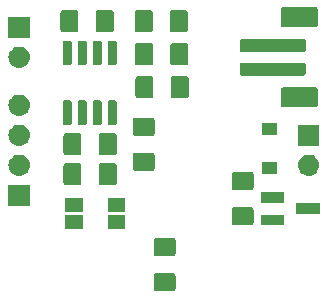
<source format=gbr>
G04 #@! TF.GenerationSoftware,KiCad,Pcbnew,(5.1.2)-2*
G04 #@! TF.CreationDate,2019-09-14T22:41:30+02:00*
G04 #@! TF.ProjectId,PlantWatering,506c616e-7457-4617-9465-72696e672e6b,rev?*
G04 #@! TF.SameCoordinates,Original*
G04 #@! TF.FileFunction,Soldermask,Top*
G04 #@! TF.FilePolarity,Negative*
%FSLAX46Y46*%
G04 Gerber Fmt 4.6, Leading zero omitted, Abs format (unit mm)*
G04 Created by KiCad (PCBNEW (5.1.2)-2) date 2019-09-14 22:41:30*
%MOMM*%
%LPD*%
G04 APERTURE LIST*
%ADD10C,0.100000*%
G04 APERTURE END LIST*
D10*
G36*
X109995562Y-76202681D02*
G01*
X110030481Y-76213274D01*
X110062663Y-76230476D01*
X110090873Y-76253627D01*
X110114024Y-76281837D01*
X110131226Y-76314019D01*
X110141819Y-76348938D01*
X110146000Y-76391395D01*
X110146000Y-77532605D01*
X110141819Y-77575062D01*
X110131226Y-77609981D01*
X110114024Y-77642163D01*
X110090873Y-77670373D01*
X110062663Y-77693524D01*
X110030481Y-77710726D01*
X109995562Y-77721319D01*
X109953105Y-77725500D01*
X108486895Y-77725500D01*
X108444438Y-77721319D01*
X108409519Y-77710726D01*
X108377337Y-77693524D01*
X108349127Y-77670373D01*
X108325976Y-77642163D01*
X108308774Y-77609981D01*
X108298181Y-77575062D01*
X108294000Y-77532605D01*
X108294000Y-76391395D01*
X108298181Y-76348938D01*
X108308774Y-76314019D01*
X108325976Y-76281837D01*
X108349127Y-76253627D01*
X108377337Y-76230476D01*
X108409519Y-76213274D01*
X108444438Y-76202681D01*
X108486895Y-76198500D01*
X109953105Y-76198500D01*
X109995562Y-76202681D01*
X109995562Y-76202681D01*
G37*
G36*
X109995562Y-73227681D02*
G01*
X110030481Y-73238274D01*
X110062663Y-73255476D01*
X110090873Y-73278627D01*
X110114024Y-73306837D01*
X110131226Y-73339019D01*
X110141819Y-73373938D01*
X110146000Y-73416395D01*
X110146000Y-74557605D01*
X110141819Y-74600062D01*
X110131226Y-74634981D01*
X110114024Y-74667163D01*
X110090873Y-74695373D01*
X110062663Y-74718524D01*
X110030481Y-74735726D01*
X109995562Y-74746319D01*
X109953105Y-74750500D01*
X108486895Y-74750500D01*
X108444438Y-74746319D01*
X108409519Y-74735726D01*
X108377337Y-74718524D01*
X108349127Y-74695373D01*
X108325976Y-74667163D01*
X108308774Y-74634981D01*
X108298181Y-74600062D01*
X108294000Y-74557605D01*
X108294000Y-73416395D01*
X108298181Y-73373938D01*
X108308774Y-73339019D01*
X108325976Y-73306837D01*
X108349127Y-73278627D01*
X108377337Y-73255476D01*
X108409519Y-73238274D01*
X108444438Y-73227681D01*
X108486895Y-73223500D01*
X109953105Y-73223500D01*
X109995562Y-73227681D01*
X109995562Y-73227681D01*
G37*
G36*
X102307000Y-72458000D02*
G01*
X100805000Y-72458000D01*
X100805000Y-71306000D01*
X102307000Y-71306000D01*
X102307000Y-72458000D01*
X102307000Y-72458000D01*
G37*
G36*
X105907000Y-72458000D02*
G01*
X104405000Y-72458000D01*
X104405000Y-71306000D01*
X105907000Y-71306000D01*
X105907000Y-72458000D01*
X105907000Y-72458000D01*
G37*
G36*
X119365000Y-72140000D02*
G01*
X117363000Y-72140000D01*
X117363000Y-71238000D01*
X119365000Y-71238000D01*
X119365000Y-72140000D01*
X119365000Y-72140000D01*
G37*
G36*
X116599562Y-70614681D02*
G01*
X116634481Y-70625274D01*
X116666663Y-70642476D01*
X116694873Y-70665627D01*
X116718024Y-70693837D01*
X116735226Y-70726019D01*
X116745819Y-70760938D01*
X116750000Y-70803395D01*
X116750000Y-71944605D01*
X116745819Y-71987062D01*
X116735226Y-72021981D01*
X116718024Y-72054163D01*
X116694873Y-72082373D01*
X116666663Y-72105524D01*
X116634481Y-72122726D01*
X116599562Y-72133319D01*
X116557105Y-72137500D01*
X115090895Y-72137500D01*
X115048438Y-72133319D01*
X115013519Y-72122726D01*
X114981337Y-72105524D01*
X114953127Y-72082373D01*
X114929976Y-72054163D01*
X114912774Y-72021981D01*
X114902181Y-71987062D01*
X114898000Y-71944605D01*
X114898000Y-70803395D01*
X114902181Y-70760938D01*
X114912774Y-70726019D01*
X114929976Y-70693837D01*
X114953127Y-70665627D01*
X114981337Y-70642476D01*
X115013519Y-70625274D01*
X115048438Y-70614681D01*
X115090895Y-70610500D01*
X116557105Y-70610500D01*
X116599562Y-70614681D01*
X116599562Y-70614681D01*
G37*
G36*
X122365000Y-71190000D02*
G01*
X120363000Y-71190000D01*
X120363000Y-70288000D01*
X122365000Y-70288000D01*
X122365000Y-71190000D01*
X122365000Y-71190000D01*
G37*
G36*
X105907000Y-71018000D02*
G01*
X104405000Y-71018000D01*
X104405000Y-69866000D01*
X105907000Y-69866000D01*
X105907000Y-71018000D01*
X105907000Y-71018000D01*
G37*
G36*
X102307000Y-71018000D02*
G01*
X100805000Y-71018000D01*
X100805000Y-69866000D01*
X102307000Y-69866000D01*
X102307000Y-71018000D01*
X102307000Y-71018000D01*
G37*
G36*
X97802000Y-70497000D02*
G01*
X96000000Y-70497000D01*
X96000000Y-68695000D01*
X97802000Y-68695000D01*
X97802000Y-70497000D01*
X97802000Y-70497000D01*
G37*
G36*
X119365000Y-70240000D02*
G01*
X117363000Y-70240000D01*
X117363000Y-69338000D01*
X119365000Y-69338000D01*
X119365000Y-70240000D01*
X119365000Y-70240000D01*
G37*
G36*
X116599562Y-67639681D02*
G01*
X116634481Y-67650274D01*
X116666663Y-67667476D01*
X116694873Y-67690627D01*
X116718024Y-67718837D01*
X116735226Y-67751019D01*
X116745819Y-67785938D01*
X116750000Y-67828395D01*
X116750000Y-68969605D01*
X116745819Y-69012062D01*
X116735226Y-69046981D01*
X116718024Y-69079163D01*
X116694873Y-69107373D01*
X116666663Y-69130524D01*
X116634481Y-69147726D01*
X116599562Y-69158319D01*
X116557105Y-69162500D01*
X115090895Y-69162500D01*
X115048438Y-69158319D01*
X115013519Y-69147726D01*
X114981337Y-69130524D01*
X114953127Y-69107373D01*
X114929976Y-69079163D01*
X114912774Y-69046981D01*
X114902181Y-69012062D01*
X114898000Y-68969605D01*
X114898000Y-67828395D01*
X114902181Y-67785938D01*
X114912774Y-67751019D01*
X114929976Y-67718837D01*
X114953127Y-67690627D01*
X114981337Y-67667476D01*
X115013519Y-67650274D01*
X115048438Y-67639681D01*
X115090895Y-67635500D01*
X116557105Y-67635500D01*
X116599562Y-67639681D01*
X116599562Y-67639681D01*
G37*
G36*
X105007062Y-66896181D02*
G01*
X105041981Y-66906774D01*
X105074163Y-66923976D01*
X105102373Y-66947127D01*
X105125524Y-66975337D01*
X105142726Y-67007519D01*
X105153319Y-67042438D01*
X105157500Y-67084895D01*
X105157500Y-68551105D01*
X105153319Y-68593562D01*
X105142726Y-68628481D01*
X105125524Y-68660663D01*
X105102373Y-68688873D01*
X105074163Y-68712024D01*
X105041981Y-68729226D01*
X105007062Y-68739819D01*
X104964605Y-68744000D01*
X103823395Y-68744000D01*
X103780938Y-68739819D01*
X103746019Y-68729226D01*
X103713837Y-68712024D01*
X103685627Y-68688873D01*
X103662476Y-68660663D01*
X103645274Y-68628481D01*
X103634681Y-68593562D01*
X103630500Y-68551105D01*
X103630500Y-67084895D01*
X103634681Y-67042438D01*
X103645274Y-67007519D01*
X103662476Y-66975337D01*
X103685627Y-66947127D01*
X103713837Y-66923976D01*
X103746019Y-66906774D01*
X103780938Y-66896181D01*
X103823395Y-66892000D01*
X104964605Y-66892000D01*
X105007062Y-66896181D01*
X105007062Y-66896181D01*
G37*
G36*
X102032062Y-66896181D02*
G01*
X102066981Y-66906774D01*
X102099163Y-66923976D01*
X102127373Y-66947127D01*
X102150524Y-66975337D01*
X102167726Y-67007519D01*
X102178319Y-67042438D01*
X102182500Y-67084895D01*
X102182500Y-68551105D01*
X102178319Y-68593562D01*
X102167726Y-68628481D01*
X102150524Y-68660663D01*
X102127373Y-68688873D01*
X102099163Y-68712024D01*
X102066981Y-68729226D01*
X102032062Y-68739819D01*
X101989605Y-68744000D01*
X100848395Y-68744000D01*
X100805938Y-68739819D01*
X100771019Y-68729226D01*
X100738837Y-68712024D01*
X100710627Y-68688873D01*
X100687476Y-68660663D01*
X100670274Y-68628481D01*
X100659681Y-68593562D01*
X100655500Y-68551105D01*
X100655500Y-67084895D01*
X100659681Y-67042438D01*
X100670274Y-67007519D01*
X100687476Y-66975337D01*
X100710627Y-66947127D01*
X100738837Y-66923976D01*
X100771019Y-66906774D01*
X100805938Y-66896181D01*
X100848395Y-66892000D01*
X101989605Y-66892000D01*
X102032062Y-66896181D01*
X102032062Y-66896181D01*
G37*
G36*
X96984369Y-66158852D02*
G01*
X97077627Y-66168037D01*
X97247466Y-66219557D01*
X97403991Y-66303222D01*
X97439729Y-66332552D01*
X97541186Y-66415814D01*
X97624448Y-66517271D01*
X97653778Y-66553009D01*
X97737443Y-66709534D01*
X97788963Y-66879373D01*
X97806359Y-67056000D01*
X97788963Y-67232627D01*
X97737443Y-67402466D01*
X97653778Y-67558991D01*
X97624448Y-67594729D01*
X97541186Y-67696186D01*
X97439729Y-67779448D01*
X97403991Y-67808778D01*
X97247466Y-67892443D01*
X97077627Y-67943963D01*
X97011442Y-67950482D01*
X96945260Y-67957000D01*
X96856740Y-67957000D01*
X96790558Y-67950482D01*
X96724373Y-67943963D01*
X96554534Y-67892443D01*
X96398009Y-67808778D01*
X96362271Y-67779448D01*
X96260814Y-67696186D01*
X96177552Y-67594729D01*
X96148222Y-67558991D01*
X96064557Y-67402466D01*
X96013037Y-67232627D01*
X95995641Y-67056000D01*
X96013037Y-66879373D01*
X96064557Y-66709534D01*
X96148222Y-66553009D01*
X96177552Y-66517271D01*
X96260814Y-66415814D01*
X96362271Y-66332552D01*
X96398009Y-66303222D01*
X96554534Y-66219557D01*
X96724373Y-66168037D01*
X96817631Y-66158852D01*
X96856740Y-66155000D01*
X96945260Y-66155000D01*
X96984369Y-66158852D01*
X96984369Y-66158852D01*
G37*
G36*
X121495369Y-66158852D02*
G01*
X121588627Y-66168037D01*
X121758466Y-66219557D01*
X121914991Y-66303222D01*
X121950729Y-66332552D01*
X122052186Y-66415814D01*
X122135448Y-66517271D01*
X122164778Y-66553009D01*
X122248443Y-66709534D01*
X122299963Y-66879373D01*
X122317359Y-67056000D01*
X122299963Y-67232627D01*
X122248443Y-67402466D01*
X122164778Y-67558991D01*
X122135448Y-67594729D01*
X122052186Y-67696186D01*
X121950729Y-67779448D01*
X121914991Y-67808778D01*
X121758466Y-67892443D01*
X121588627Y-67943963D01*
X121522442Y-67950482D01*
X121456260Y-67957000D01*
X121367740Y-67957000D01*
X121301558Y-67950482D01*
X121235373Y-67943963D01*
X121065534Y-67892443D01*
X120909009Y-67808778D01*
X120873271Y-67779448D01*
X120771814Y-67696186D01*
X120688552Y-67594729D01*
X120659222Y-67558991D01*
X120575557Y-67402466D01*
X120524037Y-67232627D01*
X120506641Y-67056000D01*
X120524037Y-66879373D01*
X120575557Y-66709534D01*
X120659222Y-66553009D01*
X120688552Y-66517271D01*
X120771814Y-66415814D01*
X120873271Y-66332552D01*
X120909009Y-66303222D01*
X121065534Y-66219557D01*
X121235373Y-66168037D01*
X121328631Y-66158852D01*
X121367740Y-66155000D01*
X121456260Y-66155000D01*
X121495369Y-66158852D01*
X121495369Y-66158852D01*
G37*
G36*
X118761000Y-67811000D02*
G01*
X117459000Y-67811000D01*
X117459000Y-66809000D01*
X118761000Y-66809000D01*
X118761000Y-67811000D01*
X118761000Y-67811000D01*
G37*
G36*
X108217562Y-66006181D02*
G01*
X108252481Y-66016774D01*
X108284663Y-66033976D01*
X108312873Y-66057127D01*
X108336024Y-66085337D01*
X108353226Y-66117519D01*
X108363819Y-66152438D01*
X108368000Y-66194895D01*
X108368000Y-67336105D01*
X108363819Y-67378562D01*
X108353226Y-67413481D01*
X108336024Y-67445663D01*
X108312873Y-67473873D01*
X108284663Y-67497024D01*
X108252481Y-67514226D01*
X108217562Y-67524819D01*
X108175105Y-67529000D01*
X106708895Y-67529000D01*
X106666438Y-67524819D01*
X106631519Y-67514226D01*
X106599337Y-67497024D01*
X106571127Y-67473873D01*
X106547976Y-67445663D01*
X106530774Y-67413481D01*
X106520181Y-67378562D01*
X106516000Y-67336105D01*
X106516000Y-66194895D01*
X106520181Y-66152438D01*
X106530774Y-66117519D01*
X106547976Y-66085337D01*
X106571127Y-66057127D01*
X106599337Y-66033976D01*
X106631519Y-66016774D01*
X106666438Y-66006181D01*
X106708895Y-66002000D01*
X108175105Y-66002000D01*
X108217562Y-66006181D01*
X108217562Y-66006181D01*
G37*
G36*
X102032062Y-64356181D02*
G01*
X102066981Y-64366774D01*
X102099163Y-64383976D01*
X102127373Y-64407127D01*
X102150524Y-64435337D01*
X102167726Y-64467519D01*
X102178319Y-64502438D01*
X102182500Y-64544895D01*
X102182500Y-66011105D01*
X102178319Y-66053562D01*
X102167726Y-66088481D01*
X102150524Y-66120663D01*
X102127373Y-66148873D01*
X102099163Y-66172024D01*
X102066981Y-66189226D01*
X102032062Y-66199819D01*
X101989605Y-66204000D01*
X100848395Y-66204000D01*
X100805938Y-66199819D01*
X100771019Y-66189226D01*
X100738837Y-66172024D01*
X100710627Y-66148873D01*
X100687476Y-66120663D01*
X100670274Y-66088481D01*
X100659681Y-66053562D01*
X100655500Y-66011105D01*
X100655500Y-64544895D01*
X100659681Y-64502438D01*
X100670274Y-64467519D01*
X100687476Y-64435337D01*
X100710627Y-64407127D01*
X100738837Y-64383976D01*
X100771019Y-64366774D01*
X100805938Y-64356181D01*
X100848395Y-64352000D01*
X101989605Y-64352000D01*
X102032062Y-64356181D01*
X102032062Y-64356181D01*
G37*
G36*
X105007062Y-64356181D02*
G01*
X105041981Y-64366774D01*
X105074163Y-64383976D01*
X105102373Y-64407127D01*
X105125524Y-64435337D01*
X105142726Y-64467519D01*
X105153319Y-64502438D01*
X105157500Y-64544895D01*
X105157500Y-66011105D01*
X105153319Y-66053562D01*
X105142726Y-66088481D01*
X105125524Y-66120663D01*
X105102373Y-66148873D01*
X105074163Y-66172024D01*
X105041981Y-66189226D01*
X105007062Y-66199819D01*
X104964605Y-66204000D01*
X103823395Y-66204000D01*
X103780938Y-66199819D01*
X103746019Y-66189226D01*
X103713837Y-66172024D01*
X103685627Y-66148873D01*
X103662476Y-66120663D01*
X103645274Y-66088481D01*
X103634681Y-66053562D01*
X103630500Y-66011105D01*
X103630500Y-64544895D01*
X103634681Y-64502438D01*
X103645274Y-64467519D01*
X103662476Y-64435337D01*
X103685627Y-64407127D01*
X103713837Y-64383976D01*
X103746019Y-64366774D01*
X103780938Y-64356181D01*
X103823395Y-64352000D01*
X104964605Y-64352000D01*
X105007062Y-64356181D01*
X105007062Y-64356181D01*
G37*
G36*
X122313000Y-65417000D02*
G01*
X120511000Y-65417000D01*
X120511000Y-63615000D01*
X122313000Y-63615000D01*
X122313000Y-65417000D01*
X122313000Y-65417000D01*
G37*
G36*
X97011443Y-63621519D02*
G01*
X97077627Y-63628037D01*
X97247466Y-63679557D01*
X97403991Y-63763222D01*
X97439729Y-63792552D01*
X97541186Y-63875814D01*
X97624448Y-63977271D01*
X97653778Y-64013009D01*
X97737443Y-64169534D01*
X97788963Y-64339373D01*
X97806359Y-64516000D01*
X97788963Y-64692627D01*
X97737443Y-64862466D01*
X97653778Y-65018991D01*
X97624448Y-65054729D01*
X97541186Y-65156186D01*
X97439729Y-65239448D01*
X97403991Y-65268778D01*
X97247466Y-65352443D01*
X97077627Y-65403963D01*
X97011443Y-65410481D01*
X96945260Y-65417000D01*
X96856740Y-65417000D01*
X96790557Y-65410481D01*
X96724373Y-65403963D01*
X96554534Y-65352443D01*
X96398009Y-65268778D01*
X96362271Y-65239448D01*
X96260814Y-65156186D01*
X96177552Y-65054729D01*
X96148222Y-65018991D01*
X96064557Y-64862466D01*
X96013037Y-64692627D01*
X95995641Y-64516000D01*
X96013037Y-64339373D01*
X96064557Y-64169534D01*
X96148222Y-64013009D01*
X96177552Y-63977271D01*
X96260814Y-63875814D01*
X96362271Y-63792552D01*
X96398009Y-63763222D01*
X96554534Y-63679557D01*
X96724373Y-63628037D01*
X96790557Y-63621519D01*
X96856740Y-63615000D01*
X96945260Y-63615000D01*
X97011443Y-63621519D01*
X97011443Y-63621519D01*
G37*
G36*
X108217562Y-63031181D02*
G01*
X108252481Y-63041774D01*
X108284663Y-63058976D01*
X108312873Y-63082127D01*
X108336024Y-63110337D01*
X108353226Y-63142519D01*
X108363819Y-63177438D01*
X108368000Y-63219895D01*
X108368000Y-64361105D01*
X108363819Y-64403562D01*
X108353226Y-64438481D01*
X108336024Y-64470663D01*
X108312873Y-64498873D01*
X108284663Y-64522024D01*
X108252481Y-64539226D01*
X108217562Y-64549819D01*
X108175105Y-64554000D01*
X106708895Y-64554000D01*
X106666438Y-64549819D01*
X106631519Y-64539226D01*
X106599337Y-64522024D01*
X106571127Y-64498873D01*
X106547976Y-64470663D01*
X106530774Y-64438481D01*
X106520181Y-64403562D01*
X106516000Y-64361105D01*
X106516000Y-63219895D01*
X106520181Y-63177438D01*
X106530774Y-63142519D01*
X106547976Y-63110337D01*
X106571127Y-63082127D01*
X106599337Y-63058976D01*
X106631519Y-63041774D01*
X106666438Y-63031181D01*
X106708895Y-63027000D01*
X108175105Y-63027000D01*
X108217562Y-63031181D01*
X108217562Y-63031181D01*
G37*
G36*
X118761000Y-64511000D02*
G01*
X117459000Y-64511000D01*
X117459000Y-63509000D01*
X118761000Y-63509000D01*
X118761000Y-64511000D01*
X118761000Y-64511000D01*
G37*
G36*
X102509867Y-61573004D02*
G01*
X102533292Y-61580110D01*
X102554889Y-61591654D01*
X102573814Y-61607186D01*
X102589346Y-61626111D01*
X102600890Y-61647708D01*
X102607996Y-61671133D01*
X102611000Y-61701638D01*
X102611000Y-63515362D01*
X102607996Y-63545867D01*
X102600890Y-63569292D01*
X102589346Y-63590889D01*
X102573814Y-63609814D01*
X102554889Y-63625346D01*
X102533292Y-63636890D01*
X102509867Y-63643996D01*
X102479362Y-63647000D01*
X101990638Y-63647000D01*
X101960133Y-63643996D01*
X101936708Y-63636890D01*
X101915111Y-63625346D01*
X101896186Y-63609814D01*
X101880654Y-63590889D01*
X101869110Y-63569292D01*
X101862004Y-63545867D01*
X101859000Y-63515362D01*
X101859000Y-61701638D01*
X101862004Y-61671133D01*
X101869110Y-61647708D01*
X101880654Y-61626111D01*
X101896186Y-61607186D01*
X101915111Y-61591654D01*
X101936708Y-61580110D01*
X101960133Y-61573004D01*
X101990638Y-61570000D01*
X102479362Y-61570000D01*
X102509867Y-61573004D01*
X102509867Y-61573004D01*
G37*
G36*
X101239867Y-61573004D02*
G01*
X101263292Y-61580110D01*
X101284889Y-61591654D01*
X101303814Y-61607186D01*
X101319346Y-61626111D01*
X101330890Y-61647708D01*
X101337996Y-61671133D01*
X101341000Y-61701638D01*
X101341000Y-63515362D01*
X101337996Y-63545867D01*
X101330890Y-63569292D01*
X101319346Y-63590889D01*
X101303814Y-63609814D01*
X101284889Y-63625346D01*
X101263292Y-63636890D01*
X101239867Y-63643996D01*
X101209362Y-63647000D01*
X100720638Y-63647000D01*
X100690133Y-63643996D01*
X100666708Y-63636890D01*
X100645111Y-63625346D01*
X100626186Y-63609814D01*
X100610654Y-63590889D01*
X100599110Y-63569292D01*
X100592004Y-63545867D01*
X100589000Y-63515362D01*
X100589000Y-61701638D01*
X100592004Y-61671133D01*
X100599110Y-61647708D01*
X100610654Y-61626111D01*
X100626186Y-61607186D01*
X100645111Y-61591654D01*
X100666708Y-61580110D01*
X100690133Y-61573004D01*
X100720638Y-61570000D01*
X101209362Y-61570000D01*
X101239867Y-61573004D01*
X101239867Y-61573004D01*
G37*
G36*
X103779867Y-61573004D02*
G01*
X103803292Y-61580110D01*
X103824889Y-61591654D01*
X103843814Y-61607186D01*
X103859346Y-61626111D01*
X103870890Y-61647708D01*
X103877996Y-61671133D01*
X103881000Y-61701638D01*
X103881000Y-63515362D01*
X103877996Y-63545867D01*
X103870890Y-63569292D01*
X103859346Y-63590889D01*
X103843814Y-63609814D01*
X103824889Y-63625346D01*
X103803292Y-63636890D01*
X103779867Y-63643996D01*
X103749362Y-63647000D01*
X103260638Y-63647000D01*
X103230133Y-63643996D01*
X103206708Y-63636890D01*
X103185111Y-63625346D01*
X103166186Y-63609814D01*
X103150654Y-63590889D01*
X103139110Y-63569292D01*
X103132004Y-63545867D01*
X103129000Y-63515362D01*
X103129000Y-61701638D01*
X103132004Y-61671133D01*
X103139110Y-61647708D01*
X103150654Y-61626111D01*
X103166186Y-61607186D01*
X103185111Y-61591654D01*
X103206708Y-61580110D01*
X103230133Y-61573004D01*
X103260638Y-61570000D01*
X103749362Y-61570000D01*
X103779867Y-61573004D01*
X103779867Y-61573004D01*
G37*
G36*
X105049867Y-61573004D02*
G01*
X105073292Y-61580110D01*
X105094889Y-61591654D01*
X105113814Y-61607186D01*
X105129346Y-61626111D01*
X105140890Y-61647708D01*
X105147996Y-61671133D01*
X105151000Y-61701638D01*
X105151000Y-63515362D01*
X105147996Y-63545867D01*
X105140890Y-63569292D01*
X105129346Y-63590889D01*
X105113814Y-63609814D01*
X105094889Y-63625346D01*
X105073292Y-63636890D01*
X105049867Y-63643996D01*
X105019362Y-63647000D01*
X104530638Y-63647000D01*
X104500133Y-63643996D01*
X104476708Y-63636890D01*
X104455111Y-63625346D01*
X104436186Y-63609814D01*
X104420654Y-63590889D01*
X104409110Y-63569292D01*
X104402004Y-63545867D01*
X104399000Y-63515362D01*
X104399000Y-61701638D01*
X104402004Y-61671133D01*
X104409110Y-61647708D01*
X104420654Y-61626111D01*
X104436186Y-61607186D01*
X104455111Y-61591654D01*
X104476708Y-61580110D01*
X104500133Y-61573004D01*
X104530638Y-61570000D01*
X105019362Y-61570000D01*
X105049867Y-61573004D01*
X105049867Y-61573004D01*
G37*
G36*
X97011442Y-61081518D02*
G01*
X97077627Y-61088037D01*
X97247466Y-61139557D01*
X97403991Y-61223222D01*
X97409279Y-61227562D01*
X97541186Y-61335814D01*
X97624448Y-61437271D01*
X97653778Y-61473009D01*
X97737443Y-61629534D01*
X97788963Y-61799373D01*
X97806359Y-61976000D01*
X97788963Y-62152627D01*
X97737443Y-62322466D01*
X97653778Y-62478991D01*
X97624448Y-62514729D01*
X97541186Y-62616186D01*
X97439729Y-62699448D01*
X97403991Y-62728778D01*
X97247466Y-62812443D01*
X97077627Y-62863963D01*
X97011443Y-62870481D01*
X96945260Y-62877000D01*
X96856740Y-62877000D01*
X96790557Y-62870481D01*
X96724373Y-62863963D01*
X96554534Y-62812443D01*
X96398009Y-62728778D01*
X96362271Y-62699448D01*
X96260814Y-62616186D01*
X96177552Y-62514729D01*
X96148222Y-62478991D01*
X96064557Y-62322466D01*
X96013037Y-62152627D01*
X95995641Y-61976000D01*
X96013037Y-61799373D01*
X96064557Y-61629534D01*
X96148222Y-61473009D01*
X96177552Y-61437271D01*
X96260814Y-61335814D01*
X96392721Y-61227562D01*
X96398009Y-61223222D01*
X96554534Y-61139557D01*
X96724373Y-61088037D01*
X96790558Y-61081518D01*
X96856740Y-61075000D01*
X96945260Y-61075000D01*
X97011442Y-61081518D01*
X97011442Y-61081518D01*
G37*
G36*
X122027997Y-60465051D02*
G01*
X122061652Y-60475261D01*
X122092665Y-60491838D01*
X122119851Y-60514149D01*
X122142162Y-60541335D01*
X122158739Y-60572348D01*
X122168949Y-60606003D01*
X122173000Y-60647138D01*
X122173000Y-61976862D01*
X122168949Y-62017997D01*
X122158739Y-62051652D01*
X122142162Y-62082665D01*
X122119851Y-62109851D01*
X122092665Y-62132162D01*
X122061652Y-62148739D01*
X122027997Y-62158949D01*
X121986862Y-62163000D01*
X119257138Y-62163000D01*
X119216003Y-62158949D01*
X119182348Y-62148739D01*
X119151335Y-62132162D01*
X119124149Y-62109851D01*
X119101838Y-62082665D01*
X119085261Y-62051652D01*
X119075051Y-62017997D01*
X119071000Y-61976862D01*
X119071000Y-60647138D01*
X119075051Y-60606003D01*
X119085261Y-60572348D01*
X119101838Y-60541335D01*
X119124149Y-60514149D01*
X119151335Y-60491838D01*
X119182348Y-60475261D01*
X119216003Y-60465051D01*
X119257138Y-60461000D01*
X121986862Y-60461000D01*
X122027997Y-60465051D01*
X122027997Y-60465051D01*
G37*
G36*
X111103062Y-59530181D02*
G01*
X111137981Y-59540774D01*
X111170163Y-59557976D01*
X111198373Y-59581127D01*
X111221524Y-59609337D01*
X111238726Y-59641519D01*
X111249319Y-59676438D01*
X111253500Y-59718895D01*
X111253500Y-61185105D01*
X111249319Y-61227562D01*
X111238726Y-61262481D01*
X111221524Y-61294663D01*
X111198373Y-61322873D01*
X111170163Y-61346024D01*
X111137981Y-61363226D01*
X111103062Y-61373819D01*
X111060605Y-61378000D01*
X109919395Y-61378000D01*
X109876938Y-61373819D01*
X109842019Y-61363226D01*
X109809837Y-61346024D01*
X109781627Y-61322873D01*
X109758476Y-61294663D01*
X109741274Y-61262481D01*
X109730681Y-61227562D01*
X109726500Y-61185105D01*
X109726500Y-59718895D01*
X109730681Y-59676438D01*
X109741274Y-59641519D01*
X109758476Y-59609337D01*
X109781627Y-59581127D01*
X109809837Y-59557976D01*
X109842019Y-59540774D01*
X109876938Y-59530181D01*
X109919395Y-59526000D01*
X111060605Y-59526000D01*
X111103062Y-59530181D01*
X111103062Y-59530181D01*
G37*
G36*
X108128062Y-59530181D02*
G01*
X108162981Y-59540774D01*
X108195163Y-59557976D01*
X108223373Y-59581127D01*
X108246524Y-59609337D01*
X108263726Y-59641519D01*
X108274319Y-59676438D01*
X108278500Y-59718895D01*
X108278500Y-61185105D01*
X108274319Y-61227562D01*
X108263726Y-61262481D01*
X108246524Y-61294663D01*
X108223373Y-61322873D01*
X108195163Y-61346024D01*
X108162981Y-61363226D01*
X108128062Y-61373819D01*
X108085605Y-61378000D01*
X106944395Y-61378000D01*
X106901938Y-61373819D01*
X106867019Y-61363226D01*
X106834837Y-61346024D01*
X106806627Y-61322873D01*
X106783476Y-61294663D01*
X106766274Y-61262481D01*
X106755681Y-61227562D01*
X106751500Y-61185105D01*
X106751500Y-59718895D01*
X106755681Y-59676438D01*
X106766274Y-59641519D01*
X106783476Y-59609337D01*
X106806627Y-59581127D01*
X106834837Y-59557976D01*
X106867019Y-59540774D01*
X106901938Y-59530181D01*
X106944395Y-59526000D01*
X108085605Y-59526000D01*
X108128062Y-59530181D01*
X108128062Y-59530181D01*
G37*
G36*
X121001434Y-58365686D02*
G01*
X121041284Y-58377774D01*
X121077999Y-58397399D01*
X121110186Y-58423814D01*
X121136601Y-58456001D01*
X121156226Y-58492716D01*
X121168314Y-58532566D01*
X121173000Y-58580141D01*
X121173000Y-59243859D01*
X121168314Y-59291434D01*
X121156226Y-59331284D01*
X121136601Y-59367999D01*
X121110186Y-59400186D01*
X121077999Y-59426601D01*
X121041284Y-59446226D01*
X121001434Y-59458314D01*
X120953859Y-59463000D01*
X115790141Y-59463000D01*
X115742566Y-59458314D01*
X115702716Y-59446226D01*
X115666001Y-59426601D01*
X115633814Y-59400186D01*
X115607399Y-59367999D01*
X115587774Y-59331284D01*
X115575686Y-59291434D01*
X115571000Y-59243859D01*
X115571000Y-58580141D01*
X115575686Y-58532566D01*
X115587774Y-58492716D01*
X115607399Y-58456001D01*
X115633814Y-58423814D01*
X115666001Y-58397399D01*
X115702716Y-58377774D01*
X115742566Y-58365686D01*
X115790141Y-58361000D01*
X120953859Y-58361000D01*
X121001434Y-58365686D01*
X121001434Y-58365686D01*
G37*
G36*
X97011442Y-57017518D02*
G01*
X97077627Y-57024037D01*
X97247466Y-57075557D01*
X97403991Y-57159222D01*
X97438448Y-57187500D01*
X97541186Y-57271814D01*
X97620122Y-57367999D01*
X97653778Y-57409009D01*
X97737443Y-57565534D01*
X97788963Y-57735373D01*
X97806359Y-57912000D01*
X97788963Y-58088627D01*
X97737443Y-58258466D01*
X97653778Y-58414991D01*
X97646537Y-58423814D01*
X97541186Y-58552186D01*
X97439729Y-58635448D01*
X97403991Y-58664778D01*
X97247466Y-58748443D01*
X97077627Y-58799963D01*
X97011442Y-58806482D01*
X96945260Y-58813000D01*
X96856740Y-58813000D01*
X96790558Y-58806482D01*
X96724373Y-58799963D01*
X96554534Y-58748443D01*
X96398009Y-58664778D01*
X96362271Y-58635448D01*
X96260814Y-58552186D01*
X96155463Y-58423814D01*
X96148222Y-58414991D01*
X96064557Y-58258466D01*
X96013037Y-58088627D01*
X95995641Y-57912000D01*
X96013037Y-57735373D01*
X96064557Y-57565534D01*
X96148222Y-57409009D01*
X96181878Y-57367999D01*
X96260814Y-57271814D01*
X96363552Y-57187500D01*
X96398009Y-57159222D01*
X96554534Y-57075557D01*
X96724373Y-57024037D01*
X96790558Y-57017518D01*
X96856740Y-57011000D01*
X96945260Y-57011000D01*
X97011442Y-57017518D01*
X97011442Y-57017518D01*
G37*
G36*
X108091562Y-56736181D02*
G01*
X108126481Y-56746774D01*
X108158663Y-56763976D01*
X108186873Y-56787127D01*
X108210024Y-56815337D01*
X108227226Y-56847519D01*
X108237819Y-56882438D01*
X108242000Y-56924895D01*
X108242000Y-58391105D01*
X108237819Y-58433562D01*
X108227226Y-58468481D01*
X108210024Y-58500663D01*
X108186873Y-58528873D01*
X108158663Y-58552024D01*
X108126481Y-58569226D01*
X108091562Y-58579819D01*
X108049105Y-58584000D01*
X106907895Y-58584000D01*
X106865438Y-58579819D01*
X106830519Y-58569226D01*
X106798337Y-58552024D01*
X106770127Y-58528873D01*
X106746976Y-58500663D01*
X106729774Y-58468481D01*
X106719181Y-58433562D01*
X106715000Y-58391105D01*
X106715000Y-56924895D01*
X106719181Y-56882438D01*
X106729774Y-56847519D01*
X106746976Y-56815337D01*
X106770127Y-56787127D01*
X106798337Y-56763976D01*
X106830519Y-56746774D01*
X106865438Y-56736181D01*
X106907895Y-56732000D01*
X108049105Y-56732000D01*
X108091562Y-56736181D01*
X108091562Y-56736181D01*
G37*
G36*
X111066562Y-56736181D02*
G01*
X111101481Y-56746774D01*
X111133663Y-56763976D01*
X111161873Y-56787127D01*
X111185024Y-56815337D01*
X111202226Y-56847519D01*
X111212819Y-56882438D01*
X111217000Y-56924895D01*
X111217000Y-58391105D01*
X111212819Y-58433562D01*
X111202226Y-58468481D01*
X111185024Y-58500663D01*
X111161873Y-58528873D01*
X111133663Y-58552024D01*
X111101481Y-58569226D01*
X111066562Y-58579819D01*
X111024105Y-58584000D01*
X109882895Y-58584000D01*
X109840438Y-58579819D01*
X109805519Y-58569226D01*
X109773337Y-58552024D01*
X109745127Y-58528873D01*
X109721976Y-58500663D01*
X109704774Y-58468481D01*
X109694181Y-58433562D01*
X109690000Y-58391105D01*
X109690000Y-56924895D01*
X109694181Y-56882438D01*
X109704774Y-56847519D01*
X109721976Y-56815337D01*
X109745127Y-56787127D01*
X109773337Y-56763976D01*
X109805519Y-56746774D01*
X109840438Y-56736181D01*
X109882895Y-56732000D01*
X111024105Y-56732000D01*
X111066562Y-56736181D01*
X111066562Y-56736181D01*
G37*
G36*
X105049867Y-56498004D02*
G01*
X105073292Y-56505110D01*
X105094889Y-56516654D01*
X105113814Y-56532186D01*
X105129346Y-56551111D01*
X105140890Y-56572708D01*
X105147996Y-56596133D01*
X105151000Y-56626638D01*
X105151000Y-58440362D01*
X105147996Y-58470867D01*
X105140890Y-58494292D01*
X105129346Y-58515889D01*
X105113814Y-58534814D01*
X105094889Y-58550346D01*
X105073292Y-58561890D01*
X105049867Y-58568996D01*
X105019362Y-58572000D01*
X104530638Y-58572000D01*
X104500133Y-58568996D01*
X104476708Y-58561890D01*
X104455111Y-58550346D01*
X104436186Y-58534814D01*
X104420654Y-58515889D01*
X104409110Y-58494292D01*
X104402004Y-58470867D01*
X104399000Y-58440362D01*
X104399000Y-56626638D01*
X104402004Y-56596133D01*
X104409110Y-56572708D01*
X104420654Y-56551111D01*
X104436186Y-56532186D01*
X104455111Y-56516654D01*
X104476708Y-56505110D01*
X104500133Y-56498004D01*
X104530638Y-56495000D01*
X105019362Y-56495000D01*
X105049867Y-56498004D01*
X105049867Y-56498004D01*
G37*
G36*
X101239867Y-56498004D02*
G01*
X101263292Y-56505110D01*
X101284889Y-56516654D01*
X101303814Y-56532186D01*
X101319346Y-56551111D01*
X101330890Y-56572708D01*
X101337996Y-56596133D01*
X101341000Y-56626638D01*
X101341000Y-58440362D01*
X101337996Y-58470867D01*
X101330890Y-58494292D01*
X101319346Y-58515889D01*
X101303814Y-58534814D01*
X101284889Y-58550346D01*
X101263292Y-58561890D01*
X101239867Y-58568996D01*
X101209362Y-58572000D01*
X100720638Y-58572000D01*
X100690133Y-58568996D01*
X100666708Y-58561890D01*
X100645111Y-58550346D01*
X100626186Y-58534814D01*
X100610654Y-58515889D01*
X100599110Y-58494292D01*
X100592004Y-58470867D01*
X100589000Y-58440362D01*
X100589000Y-56626638D01*
X100592004Y-56596133D01*
X100599110Y-56572708D01*
X100610654Y-56551111D01*
X100626186Y-56532186D01*
X100645111Y-56516654D01*
X100666708Y-56505110D01*
X100690133Y-56498004D01*
X100720638Y-56495000D01*
X101209362Y-56495000D01*
X101239867Y-56498004D01*
X101239867Y-56498004D01*
G37*
G36*
X102509867Y-56498004D02*
G01*
X102533292Y-56505110D01*
X102554889Y-56516654D01*
X102573814Y-56532186D01*
X102589346Y-56551111D01*
X102600890Y-56572708D01*
X102607996Y-56596133D01*
X102611000Y-56626638D01*
X102611000Y-58440362D01*
X102607996Y-58470867D01*
X102600890Y-58494292D01*
X102589346Y-58515889D01*
X102573814Y-58534814D01*
X102554889Y-58550346D01*
X102533292Y-58561890D01*
X102509867Y-58568996D01*
X102479362Y-58572000D01*
X101990638Y-58572000D01*
X101960133Y-58568996D01*
X101936708Y-58561890D01*
X101915111Y-58550346D01*
X101896186Y-58534814D01*
X101880654Y-58515889D01*
X101869110Y-58494292D01*
X101862004Y-58470867D01*
X101859000Y-58440362D01*
X101859000Y-56626638D01*
X101862004Y-56596133D01*
X101869110Y-56572708D01*
X101880654Y-56551111D01*
X101896186Y-56532186D01*
X101915111Y-56516654D01*
X101936708Y-56505110D01*
X101960133Y-56498004D01*
X101990638Y-56495000D01*
X102479362Y-56495000D01*
X102509867Y-56498004D01*
X102509867Y-56498004D01*
G37*
G36*
X103779867Y-56498004D02*
G01*
X103803292Y-56505110D01*
X103824889Y-56516654D01*
X103843814Y-56532186D01*
X103859346Y-56551111D01*
X103870890Y-56572708D01*
X103877996Y-56596133D01*
X103881000Y-56626638D01*
X103881000Y-58440362D01*
X103877996Y-58470867D01*
X103870890Y-58494292D01*
X103859346Y-58515889D01*
X103843814Y-58534814D01*
X103824889Y-58550346D01*
X103803292Y-58561890D01*
X103779867Y-58568996D01*
X103749362Y-58572000D01*
X103260638Y-58572000D01*
X103230133Y-58568996D01*
X103206708Y-58561890D01*
X103185111Y-58550346D01*
X103166186Y-58534814D01*
X103150654Y-58515889D01*
X103139110Y-58494292D01*
X103132004Y-58470867D01*
X103129000Y-58440362D01*
X103129000Y-56626638D01*
X103132004Y-56596133D01*
X103139110Y-56572708D01*
X103150654Y-56551111D01*
X103166186Y-56532186D01*
X103185111Y-56516654D01*
X103206708Y-56505110D01*
X103230133Y-56498004D01*
X103260638Y-56495000D01*
X103749362Y-56495000D01*
X103779867Y-56498004D01*
X103779867Y-56498004D01*
G37*
G36*
X121001434Y-56365686D02*
G01*
X121041284Y-56377774D01*
X121077999Y-56397399D01*
X121110186Y-56423814D01*
X121136601Y-56456001D01*
X121156226Y-56492716D01*
X121168314Y-56532566D01*
X121173000Y-56580141D01*
X121173000Y-57243859D01*
X121168314Y-57291434D01*
X121156226Y-57331284D01*
X121136601Y-57367999D01*
X121110186Y-57400186D01*
X121077999Y-57426601D01*
X121041284Y-57446226D01*
X121001434Y-57458314D01*
X120953859Y-57463000D01*
X115790141Y-57463000D01*
X115742566Y-57458314D01*
X115702716Y-57446226D01*
X115666001Y-57426601D01*
X115633814Y-57400186D01*
X115607399Y-57367999D01*
X115587774Y-57331284D01*
X115575686Y-57291434D01*
X115571000Y-57243859D01*
X115571000Y-56580141D01*
X115575686Y-56532566D01*
X115587774Y-56492716D01*
X115607399Y-56456001D01*
X115633814Y-56423814D01*
X115666001Y-56397399D01*
X115702716Y-56377774D01*
X115742566Y-56365686D01*
X115790141Y-56361000D01*
X120953859Y-56361000D01*
X121001434Y-56365686D01*
X121001434Y-56365686D01*
G37*
G36*
X97802000Y-56273000D02*
G01*
X96000000Y-56273000D01*
X96000000Y-54471000D01*
X97802000Y-54471000D01*
X97802000Y-56273000D01*
X97802000Y-56273000D01*
G37*
G36*
X111030062Y-53942181D02*
G01*
X111064981Y-53952774D01*
X111097163Y-53969976D01*
X111125373Y-53993127D01*
X111148524Y-54021337D01*
X111165726Y-54053519D01*
X111176319Y-54088438D01*
X111180500Y-54130895D01*
X111180500Y-55597105D01*
X111176319Y-55639562D01*
X111165726Y-55674481D01*
X111148524Y-55706663D01*
X111125373Y-55734873D01*
X111097163Y-55758024D01*
X111064981Y-55775226D01*
X111030062Y-55785819D01*
X110987605Y-55790000D01*
X109846395Y-55790000D01*
X109803938Y-55785819D01*
X109769019Y-55775226D01*
X109736837Y-55758024D01*
X109708627Y-55734873D01*
X109685476Y-55706663D01*
X109668274Y-55674481D01*
X109657681Y-55639562D01*
X109653500Y-55597105D01*
X109653500Y-54130895D01*
X109657681Y-54088438D01*
X109668274Y-54053519D01*
X109685476Y-54021337D01*
X109708627Y-53993127D01*
X109736837Y-53969976D01*
X109769019Y-53952774D01*
X109803938Y-53942181D01*
X109846395Y-53938000D01*
X110987605Y-53938000D01*
X111030062Y-53942181D01*
X111030062Y-53942181D01*
G37*
G36*
X108055062Y-53942181D02*
G01*
X108089981Y-53952774D01*
X108122163Y-53969976D01*
X108150373Y-53993127D01*
X108173524Y-54021337D01*
X108190726Y-54053519D01*
X108201319Y-54088438D01*
X108205500Y-54130895D01*
X108205500Y-55597105D01*
X108201319Y-55639562D01*
X108190726Y-55674481D01*
X108173524Y-55706663D01*
X108150373Y-55734873D01*
X108122163Y-55758024D01*
X108089981Y-55775226D01*
X108055062Y-55785819D01*
X108012605Y-55790000D01*
X106871395Y-55790000D01*
X106828938Y-55785819D01*
X106794019Y-55775226D01*
X106761837Y-55758024D01*
X106733627Y-55734873D01*
X106710476Y-55706663D01*
X106693274Y-55674481D01*
X106682681Y-55639562D01*
X106678500Y-55597105D01*
X106678500Y-54130895D01*
X106682681Y-54088438D01*
X106693274Y-54053519D01*
X106710476Y-54021337D01*
X106733627Y-53993127D01*
X106761837Y-53969976D01*
X106794019Y-53952774D01*
X106828938Y-53942181D01*
X106871395Y-53938000D01*
X108012605Y-53938000D01*
X108055062Y-53942181D01*
X108055062Y-53942181D01*
G37*
G36*
X104753062Y-53942181D02*
G01*
X104787981Y-53952774D01*
X104820163Y-53969976D01*
X104848373Y-53993127D01*
X104871524Y-54021337D01*
X104888726Y-54053519D01*
X104899319Y-54088438D01*
X104903500Y-54130895D01*
X104903500Y-55597105D01*
X104899319Y-55639562D01*
X104888726Y-55674481D01*
X104871524Y-55706663D01*
X104848373Y-55734873D01*
X104820163Y-55758024D01*
X104787981Y-55775226D01*
X104753062Y-55785819D01*
X104710605Y-55790000D01*
X103569395Y-55790000D01*
X103526938Y-55785819D01*
X103492019Y-55775226D01*
X103459837Y-55758024D01*
X103431627Y-55734873D01*
X103408476Y-55706663D01*
X103391274Y-55674481D01*
X103380681Y-55639562D01*
X103376500Y-55597105D01*
X103376500Y-54130895D01*
X103380681Y-54088438D01*
X103391274Y-54053519D01*
X103408476Y-54021337D01*
X103431627Y-53993127D01*
X103459837Y-53969976D01*
X103492019Y-53952774D01*
X103526938Y-53942181D01*
X103569395Y-53938000D01*
X104710605Y-53938000D01*
X104753062Y-53942181D01*
X104753062Y-53942181D01*
G37*
G36*
X101778062Y-53942181D02*
G01*
X101812981Y-53952774D01*
X101845163Y-53969976D01*
X101873373Y-53993127D01*
X101896524Y-54021337D01*
X101913726Y-54053519D01*
X101924319Y-54088438D01*
X101928500Y-54130895D01*
X101928500Y-55597105D01*
X101924319Y-55639562D01*
X101913726Y-55674481D01*
X101896524Y-55706663D01*
X101873373Y-55734873D01*
X101845163Y-55758024D01*
X101812981Y-55775226D01*
X101778062Y-55785819D01*
X101735605Y-55790000D01*
X100594395Y-55790000D01*
X100551938Y-55785819D01*
X100517019Y-55775226D01*
X100484837Y-55758024D01*
X100456627Y-55734873D01*
X100433476Y-55706663D01*
X100416274Y-55674481D01*
X100405681Y-55639562D01*
X100401500Y-55597105D01*
X100401500Y-54130895D01*
X100405681Y-54088438D01*
X100416274Y-54053519D01*
X100433476Y-54021337D01*
X100456627Y-53993127D01*
X100484837Y-53969976D01*
X100517019Y-53952774D01*
X100551938Y-53942181D01*
X100594395Y-53938000D01*
X101735605Y-53938000D01*
X101778062Y-53942181D01*
X101778062Y-53942181D01*
G37*
G36*
X122027997Y-53665051D02*
G01*
X122061652Y-53675261D01*
X122092665Y-53691838D01*
X122119851Y-53714149D01*
X122142162Y-53741335D01*
X122158739Y-53772348D01*
X122168949Y-53806003D01*
X122173000Y-53847138D01*
X122173000Y-55176862D01*
X122168949Y-55217997D01*
X122158739Y-55251652D01*
X122142162Y-55282665D01*
X122119851Y-55309851D01*
X122092665Y-55332162D01*
X122061652Y-55348739D01*
X122027997Y-55358949D01*
X121986862Y-55363000D01*
X119257138Y-55363000D01*
X119216003Y-55358949D01*
X119182348Y-55348739D01*
X119151335Y-55332162D01*
X119124149Y-55309851D01*
X119101838Y-55282665D01*
X119085261Y-55251652D01*
X119075051Y-55217997D01*
X119071000Y-55176862D01*
X119071000Y-53847138D01*
X119075051Y-53806003D01*
X119085261Y-53772348D01*
X119101838Y-53741335D01*
X119124149Y-53714149D01*
X119151335Y-53691838D01*
X119182348Y-53675261D01*
X119216003Y-53665051D01*
X119257138Y-53661000D01*
X121986862Y-53661000D01*
X122027997Y-53665051D01*
X122027997Y-53665051D01*
G37*
M02*

</source>
